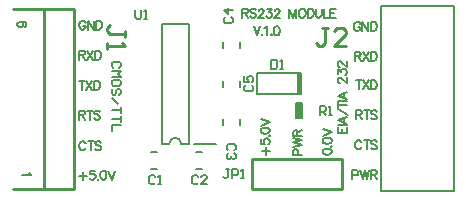
<source format=gto>
G04*
G04 #@! TF.GenerationSoftware,Altium Limited,Altium Designer,24.5.2 (23)*
G04*
G04 Layer_Color=65535*
%FSLAX44Y44*%
%MOMM*%
G71*
G04*
G04 #@! TF.SameCoordinates,DA4F2BB6-B92A-4C93-AA23-9DFF3C9F4085*
G04*
G04*
G04 #@! TF.FilePolarity,Positive*
G04*
G01*
G75*
%ADD10C,0.2032*%
%ADD11C,0.2540*%
%ADD12C,0.1524*%
%ADD13C,0.2000*%
%ADD14C,0.1270*%
%ADD15R,0.4572X1.7780*%
%ADD16R,0.4826X1.3208*%
D10*
X400080Y746700D02*
G03*
X389920Y746700I-5080J0D01*
G01*
X411000Y746750D02*
X429750Y746659D01*
X383570Y746700D02*
Y848300D01*
X406430Y746700D02*
Y848300D01*
X383570D02*
X406430D01*
X383570Y746700D02*
X389920Y746700D01*
X400080D02*
X406430Y746700D01*
D11*
X257376Y708150D02*
X284300D01*
X257376Y860550D02*
X284300Y860550D01*
X284300Y708150D02*
X309700D01*
X284300D02*
X284300Y860550D01*
X309700D01*
X309700Y708150D01*
X459800Y708600D02*
Y734000D01*
X536000D01*
Y708600D02*
Y734000D01*
X459800Y708600D02*
X536000D01*
X352617Y837500D02*
Y842578D01*
Y840039D01*
X339922D01*
X337383Y842578D01*
Y845117D01*
X339922Y847657D01*
X337383Y832422D02*
Y827343D01*
Y829882D01*
X352617D01*
X350078Y832422D01*
X524257Y844801D02*
X519179D01*
X521718D01*
Y832106D01*
X519179Y829566D01*
X516639D01*
X514100Y832106D01*
X539492Y829566D02*
X529335D01*
X539492Y839723D01*
Y842262D01*
X536953Y844801D01*
X531874D01*
X529335Y842262D01*
D12*
X501964Y788610D02*
Y806390D01*
X464626Y788610D02*
Y806390D01*
Y788610D02*
X501964D01*
X464626Y806390D02*
X501964D01*
X497206Y768396D02*
X502794D01*
X497206Y781604D02*
X502794Y781604D01*
X502794Y768396D01*
X497206Y781604D02*
X497206Y768396D01*
X374960Y739866D02*
X380040D01*
X374960Y725134D02*
X380040D01*
X435134Y832540D02*
X435134Y827460D01*
X449866D02*
Y832540D01*
X435134Y767540D02*
X435134Y762460D01*
X449866Y767540D02*
X449866Y762460D01*
X435134Y800040D02*
X435134Y794960D01*
X449866Y794960D02*
Y800040D01*
X412460Y725134D02*
X417540Y725134D01*
X412460Y739866D02*
X417540Y739866D01*
D13*
X569000Y706700D02*
X631000D01*
Y863700D01*
X569000D02*
X631000D01*
X569000Y706700D02*
Y863700D01*
D14*
X468470Y740765D02*
X475000D01*
X471735Y737500D02*
Y744030D01*
X467382Y750633D02*
Y747005D01*
X470647Y746642D01*
X470284Y747005D01*
X469921Y748093D01*
Y749182D01*
X470284Y750270D01*
X471009Y750995D01*
X472098Y751358D01*
X472823D01*
X473912Y750995D01*
X474637Y750270D01*
X475000Y749182D01*
Y748093D01*
X474637Y747005D01*
X474274Y746642D01*
X473549Y746279D01*
X474274Y753426D02*
X474637Y753063D01*
X475000Y753426D01*
X474637Y753789D01*
X474274Y753426D01*
X467382Y757634D02*
X467744Y756546D01*
X468833Y755820D01*
X470647Y755458D01*
X471735D01*
X473549Y755820D01*
X474637Y756546D01*
X475000Y757634D01*
Y758360D01*
X474637Y759448D01*
X473549Y760174D01*
X471735Y760536D01*
X470647D01*
X468833Y760174D01*
X467744Y759448D01*
X467382Y758360D01*
Y757634D01*
Y762242D02*
X475000Y765144D01*
X467382Y768046D02*
X475000Y765144D01*
X519882Y739677D02*
X520244Y738588D01*
X521333Y737863D01*
X523147Y737500D01*
X524235D01*
X526049Y737863D01*
X527137Y738588D01*
X527500Y739677D01*
Y740402D01*
X527137Y741491D01*
X526049Y742216D01*
X524235Y742579D01*
X523147D01*
X521333Y742216D01*
X520244Y741491D01*
X519882Y740402D01*
Y739677D01*
X526774Y744647D02*
X527137Y744284D01*
X527500Y744647D01*
X527137Y745010D01*
X526774Y744647D01*
X519882Y748855D02*
X520244Y747767D01*
X521333Y747041D01*
X523147Y746678D01*
X524235D01*
X526049Y747041D01*
X527137Y747767D01*
X527500Y748855D01*
Y749581D01*
X527137Y750669D01*
X526049Y751395D01*
X524235Y751757D01*
X523147D01*
X521333Y751395D01*
X520244Y750669D01*
X519882Y749581D01*
Y748855D01*
Y753462D02*
X527500Y756365D01*
X519882Y759267D02*
X527500Y756365D01*
X498872Y737500D02*
Y740765D01*
X498509Y741853D01*
X498147Y742216D01*
X497421Y742579D01*
X496333D01*
X495607Y742216D01*
X495244Y741853D01*
X494882Y740765D01*
Y737500D01*
X502500D01*
X494882Y744284D02*
X502500Y746098D01*
X494882Y747912D02*
X502500Y746098D01*
X494882Y747912D02*
X502500Y749726D01*
X494882Y751540D02*
X502500Y749726D01*
X494882Y753063D02*
X502500D01*
X494882D02*
Y756328D01*
X495244Y757417D01*
X495607Y757779D01*
X496333Y758142D01*
X497058D01*
X497784Y757779D01*
X498147Y757417D01*
X498509Y756328D01*
Y753063D01*
Y755603D02*
X502500Y758142D01*
X271418Y721757D02*
X271781Y721031D01*
X272869Y719943D01*
X265251D01*
X267971Y845855D02*
X268696Y846217D01*
X269059Y847306D01*
Y848031D01*
X268696Y849120D01*
X267608Y849845D01*
X265794Y850208D01*
X263980D01*
X262529Y849845D01*
X261804Y849120D01*
X261441Y848031D01*
Y847669D01*
X261804Y846580D01*
X262529Y845855D01*
X263617Y845492D01*
X263980D01*
X265069Y845855D01*
X265794Y846580D01*
X266157Y847669D01*
Y848031D01*
X265794Y849120D01*
X265069Y849845D01*
X263980Y850208D01*
X532523Y760986D02*
Y756270D01*
X540142D01*
Y760986D01*
X536151Y756270D02*
Y759172D01*
X532523Y762256D02*
X540142D01*
Y769657D02*
X532523Y766754D01*
X540142Y763852D01*
X537602Y764940D02*
Y768568D01*
X541230Y771434D02*
X532523Y776513D01*
Y779560D02*
X540142D01*
X532523Y777021D02*
Y782100D01*
Y783007D02*
X540142D01*
Y790408D02*
X532523Y787505D01*
X540142Y784603D01*
X537602Y785691D02*
Y789319D01*
X534337Y798534D02*
X533974D01*
X533249Y798897D01*
X532886Y799259D01*
X532523Y799985D01*
Y801436D01*
X532886Y802162D01*
X533249Y802524D01*
X533974Y802887D01*
X534700D01*
X535425Y802524D01*
X536514Y801799D01*
X540142Y798171D01*
Y803250D01*
X532523Y805681D02*
Y809671D01*
X535425Y807495D01*
Y808583D01*
X535788Y809308D01*
X536151Y809671D01*
X537239Y810034D01*
X537965D01*
X539053Y809671D01*
X539779Y808946D01*
X540142Y807857D01*
Y806769D01*
X539779Y805681D01*
X539416Y805318D01*
X538690Y804955D01*
X534337Y812102D02*
X533974D01*
X533249Y812465D01*
X532886Y812827D01*
X532523Y813553D01*
Y815004D01*
X532886Y815730D01*
X533249Y816092D01*
X533974Y816455D01*
X534700D01*
X535425Y816092D01*
X536514Y815367D01*
X540142Y811739D01*
Y816818D01*
X347618Y811152D02*
X348887Y812421D01*
Y814960D01*
X347618Y816230D01*
X342540D01*
X341270Y814960D01*
Y812421D01*
X342540Y811152D01*
X341270Y808613D02*
X348887D01*
X346348Y806073D01*
X348887Y803534D01*
X341270D01*
X348887Y797186D02*
Y799725D01*
X347618Y800995D01*
X342540D01*
X341270Y799725D01*
Y797186D01*
X342540Y795917D01*
X347618D01*
X348887Y797186D01*
X347618Y788299D02*
X348887Y789569D01*
Y792108D01*
X347618Y793377D01*
X346348D01*
X345079Y792108D01*
Y789569D01*
X343809Y788299D01*
X342540D01*
X341270Y789569D01*
Y792108D01*
X342540Y793377D01*
X341270Y785760D02*
X346348Y780682D01*
X348887Y778142D02*
Y773064D01*
Y775603D01*
X341270D01*
X348887Y770525D02*
Y765446D01*
Y767986D01*
X341270D01*
X348887Y762907D02*
X341270D01*
Y757829D01*
X547101Y824648D02*
Y817029D01*
Y824648D02*
X550366D01*
X551454Y824285D01*
X551817Y823922D01*
X552180Y823196D01*
Y822471D01*
X551817Y821745D01*
X551454Y821383D01*
X550366Y821020D01*
X547101D01*
X549640D02*
X552180Y817029D01*
X553885Y824648D02*
X558964Y817029D01*
Y824648D02*
X553885Y817029D01*
X560669Y824648D02*
Y817029D01*
Y824648D02*
X563208D01*
X564297Y824285D01*
X565022Y823559D01*
X565385Y822834D01*
X565748Y821745D01*
Y819931D01*
X565385Y818843D01*
X565022Y818118D01*
X564297Y817392D01*
X563208Y817029D01*
X560669D01*
X551744Y848234D02*
X551382Y848959D01*
X550656Y849685D01*
X549931Y850048D01*
X548479D01*
X547754Y849685D01*
X547028Y848959D01*
X546666Y848234D01*
X546303Y847145D01*
Y845331D01*
X546666Y844243D01*
X547028Y843518D01*
X547754Y842792D01*
X548479Y842429D01*
X549931D01*
X550656Y842792D01*
X551382Y843518D01*
X551744Y844243D01*
Y845331D01*
X549931D02*
X551744D01*
X553486Y850048D02*
Y842429D01*
Y850048D02*
X558565Y842429D01*
Y850048D02*
Y842429D01*
X560669Y850048D02*
Y842429D01*
Y850048D02*
X563208D01*
X564297Y849685D01*
X565022Y848959D01*
X565385Y848234D01*
X565748Y847145D01*
Y845331D01*
X565385Y844243D01*
X565022Y843518D01*
X564297Y842792D01*
X563208Y842429D01*
X560669D01*
X319212Y849224D02*
X318849Y849950D01*
X318123Y850676D01*
X317398Y851038D01*
X315947D01*
X315221Y850676D01*
X314496Y849950D01*
X314133Y849224D01*
X313770Y848136D01*
Y846322D01*
X314133Y845234D01*
X314496Y844508D01*
X315221Y843783D01*
X315947Y843420D01*
X317398D01*
X318123Y843783D01*
X318849Y844508D01*
X319212Y845234D01*
Y846322D01*
X317398D02*
X319212D01*
X320953Y851038D02*
Y843420D01*
Y851038D02*
X326032Y843420D01*
Y851038D02*
Y843420D01*
X328136Y851038D02*
Y843420D01*
Y851038D02*
X330676D01*
X331764Y850676D01*
X332490Y849950D01*
X332852Y849224D01*
X333215Y848136D01*
Y846322D01*
X332852Y845234D01*
X332490Y844508D01*
X331764Y843783D01*
X330676Y843420D01*
X328136D01*
X313770Y774838D02*
Y767220D01*
Y774838D02*
X317035D01*
X318123Y774476D01*
X318486Y774113D01*
X318849Y773387D01*
Y772662D01*
X318486Y771936D01*
X318123Y771573D01*
X317035Y771211D01*
X313770D01*
X316310D02*
X318849Y767220D01*
X323093Y774838D02*
Y767220D01*
X320554Y774838D02*
X325633D01*
X331619Y773750D02*
X330893Y774476D01*
X329805Y774838D01*
X328354D01*
X327265Y774476D01*
X326540Y773750D01*
Y773025D01*
X326903Y772299D01*
X327265Y771936D01*
X327991Y771573D01*
X330168Y770848D01*
X330893Y770485D01*
X331256Y770122D01*
X331619Y769397D01*
Y768308D01*
X330893Y767583D01*
X329805Y767220D01*
X328354D01*
X327265Y767583D01*
X326540Y768308D01*
X313770Y825638D02*
Y818020D01*
Y825638D02*
X317035D01*
X318123Y825276D01*
X318486Y824913D01*
X318849Y824187D01*
Y823462D01*
X318486Y822736D01*
X318123Y822373D01*
X317035Y822011D01*
X313770D01*
X316310D02*
X318849Y818020D01*
X320554Y825638D02*
X325633Y818020D01*
Y825638D02*
X320554Y818020D01*
X327338Y825638D02*
Y818020D01*
Y825638D02*
X329877D01*
X330966Y825276D01*
X331691Y824550D01*
X332054Y823824D01*
X332417Y822736D01*
Y820922D01*
X332054Y819834D01*
X331691Y819108D01*
X330966Y818383D01*
X329877Y818020D01*
X327338D01*
X316310Y800238D02*
Y792620D01*
X313770Y800238D02*
X318849D01*
X319756D02*
X324835Y792620D01*
Y800238D02*
X319756Y792620D01*
X326540Y800238D02*
Y792620D01*
Y800238D02*
X329079D01*
X330168Y799876D01*
X330893Y799150D01*
X331256Y798425D01*
X331619Y797336D01*
Y795522D01*
X331256Y794434D01*
X330893Y793708D01*
X330168Y792983D01*
X329079Y792620D01*
X326540D01*
X319212Y747075D02*
X318849Y747800D01*
X318123Y748526D01*
X317398Y748888D01*
X315947D01*
X315221Y748526D01*
X314496Y747800D01*
X314133Y747075D01*
X313770Y745986D01*
Y744172D01*
X314133Y743084D01*
X314496Y742358D01*
X315221Y741633D01*
X315947Y741270D01*
X317398D01*
X318123Y741633D01*
X318849Y742358D01*
X319212Y743084D01*
X323892Y748888D02*
Y741270D01*
X321352Y748888D02*
X326431D01*
X332417Y747800D02*
X331691Y748526D01*
X330603Y748888D01*
X329152D01*
X328064Y748526D01*
X327338Y747800D01*
Y747075D01*
X327701Y746349D01*
X328064Y745986D01*
X328789Y745623D01*
X330966Y744898D01*
X331691Y744535D01*
X332054Y744172D01*
X332417Y743447D01*
Y742358D01*
X331691Y741633D01*
X330603Y741270D01*
X329152D01*
X328064Y741633D01*
X327338Y742358D01*
X317035Y722950D02*
Y716420D01*
X313770Y719685D02*
X320300D01*
X326903Y724038D02*
X323275D01*
X322912Y720773D01*
X323275Y721136D01*
X324363Y721499D01*
X325452D01*
X326540Y721136D01*
X327265Y720411D01*
X327628Y719322D01*
Y718597D01*
X327265Y717508D01*
X326540Y716783D01*
X325452Y716420D01*
X324363D01*
X323275Y716783D01*
X322912Y717146D01*
X322549Y717871D01*
X329696Y717146D02*
X329333Y716783D01*
X329696Y716420D01*
X330059Y716783D01*
X329696Y717146D01*
X333904Y724038D02*
X332816Y723676D01*
X332090Y722587D01*
X331728Y720773D01*
Y719685D01*
X332090Y717871D01*
X332816Y716783D01*
X333904Y716420D01*
X334630D01*
X335718Y716783D01*
X336444Y717871D01*
X336806Y719685D01*
Y720773D01*
X336444Y722587D01*
X335718Y723676D01*
X334630Y724038D01*
X333904D01*
X338512D02*
X341414Y716420D01*
X344316Y724038D02*
X341414Y716420D01*
X461381Y846309D02*
X464283Y838691D01*
X467185Y846309D02*
X464283Y838691D01*
X468528Y839416D02*
X468165Y839054D01*
X468528Y838691D01*
X468890Y839054D01*
X468528Y839416D01*
X470559Y844858D02*
X471285Y845221D01*
X472373Y846309D01*
Y838691D01*
X476509Y839416D02*
X476146Y839054D01*
X476509Y838691D01*
X476871Y839054D01*
X476509Y839416D01*
X480717Y846309D02*
X479629Y845946D01*
X478903Y844858D01*
X478540Y843044D01*
Y841956D01*
X478903Y840142D01*
X479629Y839054D01*
X480717Y838691D01*
X481442D01*
X482531Y839054D01*
X483256Y840142D01*
X483619Y841956D01*
Y843044D01*
X483256Y844858D01*
X482531Y845946D01*
X481442Y846309D01*
X480717D01*
X451773Y861169D02*
Y853551D01*
Y861169D02*
X455038D01*
X456126Y860807D01*
X456489Y860444D01*
X456852Y859718D01*
Y858993D01*
X456489Y858267D01*
X456126Y857904D01*
X455038Y857542D01*
X451773D01*
X454312D02*
X456852Y853551D01*
X463635Y860081D02*
X462910Y860807D01*
X461822Y861169D01*
X460370D01*
X459282Y860807D01*
X458557Y860081D01*
Y859355D01*
X458919Y858630D01*
X459282Y858267D01*
X460008Y857904D01*
X462184Y857179D01*
X462910Y856816D01*
X463273Y856453D01*
X463635Y855728D01*
Y854639D01*
X462910Y853914D01*
X461822Y853551D01*
X460370D01*
X459282Y853914D01*
X458557Y854639D01*
X465703Y859355D02*
Y859718D01*
X466066Y860444D01*
X466429Y860807D01*
X467155Y861169D01*
X468606D01*
X469331Y860807D01*
X469694Y860444D01*
X470057Y859718D01*
Y858993D01*
X469694Y858267D01*
X468968Y857179D01*
X465341Y853551D01*
X470420D01*
X472850Y861169D02*
X476841D01*
X474664Y858267D01*
X475752D01*
X476478Y857904D01*
X476841Y857542D01*
X477203Y856453D01*
Y855728D01*
X476841Y854639D01*
X476115Y853914D01*
X475027Y853551D01*
X473938D01*
X472850Y853914D01*
X472487Y854277D01*
X472125Y855002D01*
X479271Y859355D02*
Y859718D01*
X479634Y860444D01*
X479997Y860807D01*
X480723Y861169D01*
X482174D01*
X482899Y860807D01*
X483262Y860444D01*
X483625Y859718D01*
Y858993D01*
X483262Y858267D01*
X482536Y857179D01*
X478909Y853551D01*
X483988D01*
X491678Y861169D02*
Y853551D01*
Y861169D02*
X494581Y853551D01*
X497483Y861169D02*
X494581Y853551D01*
X497483Y861169D02*
Y853551D01*
X501836Y861169D02*
X501111Y860807D01*
X500385Y860081D01*
X500022Y859355D01*
X499660Y858267D01*
Y856453D01*
X500022Y855365D01*
X500385Y854639D01*
X501111Y853914D01*
X501836Y853551D01*
X503287D01*
X504013Y853914D01*
X504739Y854639D01*
X505101Y855365D01*
X505464Y856453D01*
Y858267D01*
X505101Y859355D01*
X504739Y860081D01*
X504013Y860807D01*
X503287Y861169D01*
X501836D01*
X507242D02*
Y853551D01*
Y861169D02*
X509781D01*
X510869Y860807D01*
X511595Y860081D01*
X511958Y859355D01*
X512321Y858267D01*
Y856453D01*
X511958Y855365D01*
X511595Y854639D01*
X510869Y853914D01*
X509781Y853551D01*
X507242D01*
X514026Y861169D02*
Y855728D01*
X514388Y854639D01*
X515114Y853914D01*
X516202Y853551D01*
X516928D01*
X518016Y853914D01*
X518742Y854639D01*
X519104Y855728D01*
Y861169D01*
X521209D02*
Y853551D01*
X525562D01*
X531113Y861169D02*
X526396D01*
Y853551D01*
X531113D01*
X526396Y857542D02*
X529299D01*
X547899Y775118D02*
Y767500D01*
Y775118D02*
X551164D01*
X552252Y774756D01*
X552615Y774393D01*
X552978Y773667D01*
Y772942D01*
X552615Y772216D01*
X552252Y771853D01*
X551164Y771491D01*
X547899D01*
X550438D02*
X552978Y767500D01*
X557223Y775118D02*
Y767500D01*
X554683Y775118D02*
X559762D01*
X565748Y774030D02*
X565022Y774756D01*
X563934Y775118D01*
X562483D01*
X561394Y774756D01*
X560669Y774030D01*
Y773304D01*
X561032Y772579D01*
X561394Y772216D01*
X562120Y771853D01*
X564297Y771128D01*
X565022Y770765D01*
X565385Y770402D01*
X565748Y769677D01*
Y768588D01*
X565022Y767863D01*
X563934Y767500D01*
X562483D01*
X561394Y767863D01*
X560669Y768588D01*
X550438Y800518D02*
Y792900D01*
X547899Y800518D02*
X552978D01*
X553885D02*
X558964Y792900D01*
Y800518D02*
X553885Y792900D01*
X560669Y800518D02*
Y792900D01*
Y800518D02*
X563208D01*
X564297Y800156D01*
X565022Y799430D01*
X565385Y798704D01*
X565748Y797616D01*
Y795802D01*
X565385Y794714D01*
X565022Y793988D01*
X564297Y793263D01*
X563208Y792900D01*
X560669D01*
X552543Y747904D02*
X552180Y748630D01*
X551454Y749356D01*
X550729Y749718D01*
X549278D01*
X548552Y749356D01*
X547826Y748630D01*
X547464Y747904D01*
X547101Y746816D01*
Y745002D01*
X547464Y743914D01*
X547826Y743188D01*
X548552Y742463D01*
X549278Y742100D01*
X550729D01*
X551454Y742463D01*
X552180Y743188D01*
X552543Y743914D01*
X557223Y749718D02*
Y742100D01*
X554683Y749718D02*
X559762D01*
X565748Y748630D02*
X565022Y749356D01*
X563934Y749718D01*
X562483D01*
X561394Y749356D01*
X560669Y748630D01*
Y747904D01*
X561032Y747179D01*
X561394Y746816D01*
X562120Y746453D01*
X564297Y745728D01*
X565022Y745365D01*
X565385Y745002D01*
X565748Y744277D01*
Y743188D01*
X565022Y742463D01*
X563934Y742100D01*
X562483D01*
X561394Y742463D01*
X560669Y743188D01*
X545106Y720328D02*
X548371D01*
X549459Y720691D01*
X549822Y721053D01*
X550185Y721779D01*
Y722867D01*
X549822Y723593D01*
X549459Y723956D01*
X548371Y724318D01*
X545106D01*
Y716700D01*
X551890Y724318D02*
X553703Y716700D01*
X555517Y724318D02*
X553703Y716700D01*
X555517Y724318D02*
X557331Y716700D01*
X559145Y724318D02*
X557331Y716700D01*
X560669Y724318D02*
Y716700D01*
Y724318D02*
X563934D01*
X565022Y723956D01*
X565385Y723593D01*
X565748Y722867D01*
Y722142D01*
X565385Y721416D01*
X565022Y721053D01*
X563934Y720691D01*
X560669D01*
X563208D02*
X565748Y716700D01*
X440751Y725109D02*
X438212D01*
X439482D01*
Y718761D01*
X438212Y717491D01*
X436942D01*
X435673Y718761D01*
X443290Y717491D02*
Y725109D01*
X447099D01*
X448369Y723839D01*
Y721300D01*
X447099Y720030D01*
X443290D01*
X450908Y717491D02*
X453447D01*
X452178D01*
Y725109D01*
X450908Y723839D01*
X454961Y796230D02*
X453691Y794961D01*
Y792422D01*
X454961Y791152D01*
X460039D01*
X461309Y792422D01*
Y794961D01*
X460039Y796230D01*
X453691Y803848D02*
Y798770D01*
X457500D01*
X456230Y801309D01*
Y802578D01*
X457500Y803848D01*
X460039D01*
X461309Y802578D01*
Y800039D01*
X460039Y798770D01*
X437461Y853730D02*
X436191Y852461D01*
Y849922D01*
X437461Y848652D01*
X442539D01*
X443809Y849922D01*
Y852461D01*
X442539Y853730D01*
X443809Y860078D02*
X436191D01*
X440000Y856270D01*
Y861348D01*
X445039Y741270D02*
X446309Y742539D01*
Y745078D01*
X445039Y746348D01*
X439961D01*
X438691Y745078D01*
Y742539D01*
X439961Y741270D01*
X445039Y738730D02*
X446309Y737461D01*
Y734922D01*
X445039Y733652D01*
X443770D01*
X442500Y734922D01*
Y736191D01*
Y734922D01*
X441230Y733652D01*
X439961D01*
X438691Y734922D01*
Y737461D01*
X439961Y738730D01*
X414730Y718729D02*
X413461Y719999D01*
X410922D01*
X409652Y718729D01*
Y713651D01*
X410922Y712381D01*
X413461D01*
X414730Y713651D01*
X422348Y712381D02*
X417270D01*
X422348Y717460D01*
Y718729D01*
X421078Y719999D01*
X418539D01*
X417270Y718729D01*
X378130D02*
X376860Y719999D01*
X374321D01*
X373052Y718729D01*
Y713651D01*
X374321Y712381D01*
X376860D01*
X378130Y713651D01*
X380669Y712381D02*
X383208D01*
X381939D01*
Y719999D01*
X380669Y718729D01*
X361120Y860132D02*
Y853784D01*
X362390Y852515D01*
X364929D01*
X366199Y853784D01*
Y860132D01*
X368738Y852515D02*
X371277D01*
X370008D01*
Y860132D01*
X368738Y858863D01*
X517422Y771191D02*
Y778809D01*
X521230D01*
X522500Y777539D01*
Y775000D01*
X521230Y773730D01*
X517422D01*
X519961D02*
X522500Y771191D01*
X525039D02*
X527578D01*
X526309D01*
Y778809D01*
X525039Y777539D01*
X476312Y817819D02*
Y810201D01*
X480120D01*
X481390Y811471D01*
Y816549D01*
X480120Y817819D01*
X476312D01*
X483929Y810201D02*
X486468D01*
X485199D01*
Y817819D01*
X483929Y816549D01*
D15*
X499680Y797500D02*
D03*
D16*
X499873Y774987D02*
D03*
M02*

</source>
